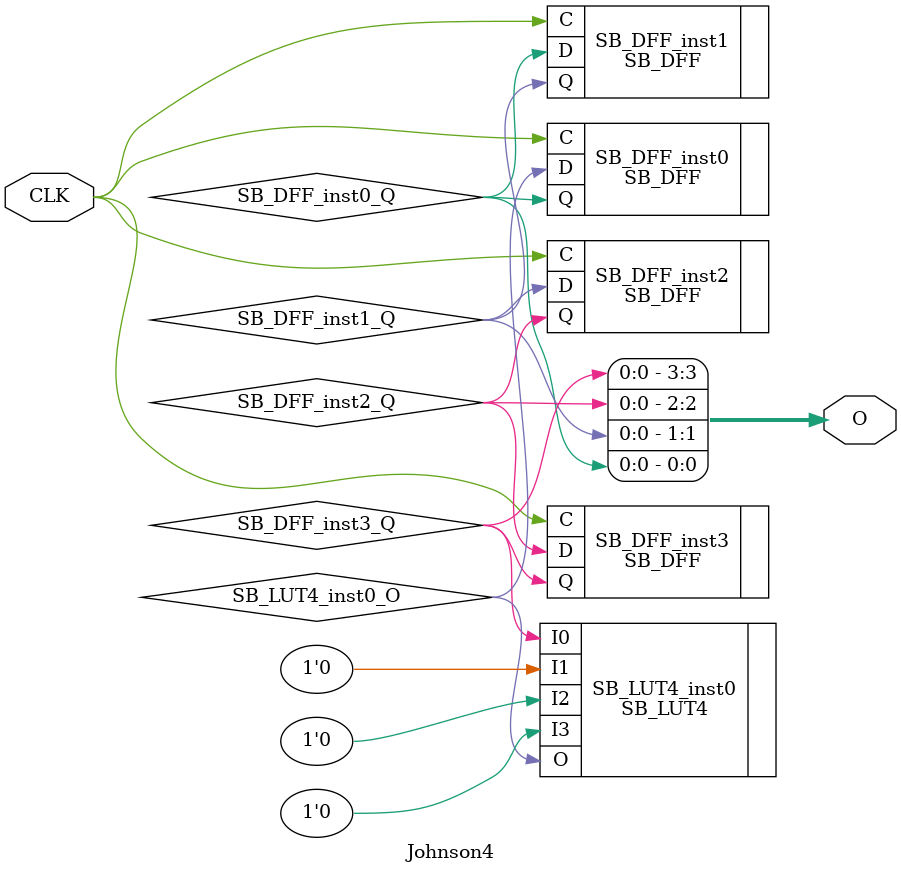
<source format=v>
module Johnson4 (output [3:0] O, input  CLK);
wire  SB_DFF_inst0_Q;
wire  SB_DFF_inst1_Q;
wire  SB_DFF_inst2_Q;
wire  SB_DFF_inst3_Q;
wire  SB_LUT4_inst0_O;
SB_DFF SB_DFF_inst0 (.C(CLK), .D(SB_LUT4_inst0_O), .Q(SB_DFF_inst0_Q));
SB_DFF SB_DFF_inst1 (.C(CLK), .D(SB_DFF_inst0_Q), .Q(SB_DFF_inst1_Q));
SB_DFF SB_DFF_inst2 (.C(CLK), .D(SB_DFF_inst1_Q), .Q(SB_DFF_inst2_Q));
SB_DFF SB_DFF_inst3 (.C(CLK), .D(SB_DFF_inst2_Q), .Q(SB_DFF_inst3_Q));
SB_LUT4 #(.LUT_INIT(16'h5555)) SB_LUT4_inst0 (.I0(SB_DFF_inst3_Q), .I1(1'b0), .I2(1'b0), .I3(1'b0), .O(SB_LUT4_inst0_O));
assign O = {SB_DFF_inst3_Q,SB_DFF_inst2_Q,SB_DFF_inst1_Q,SB_DFF_inst0_Q};
endmodule


</source>
